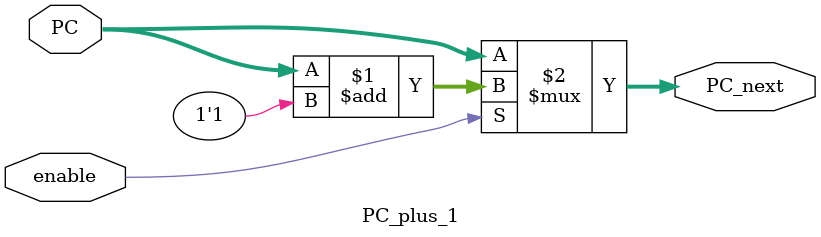
<source format=v>
`timescale 1ns / 1ps

module PC_plus_1
(
    input [63:0] PC,
    //input [63:0] ONE,
    input enable,

    output [63:0] PC_next
);

    assign PC_next = enable ? (PC + 1'b1) : PC;

endmodule
</source>
